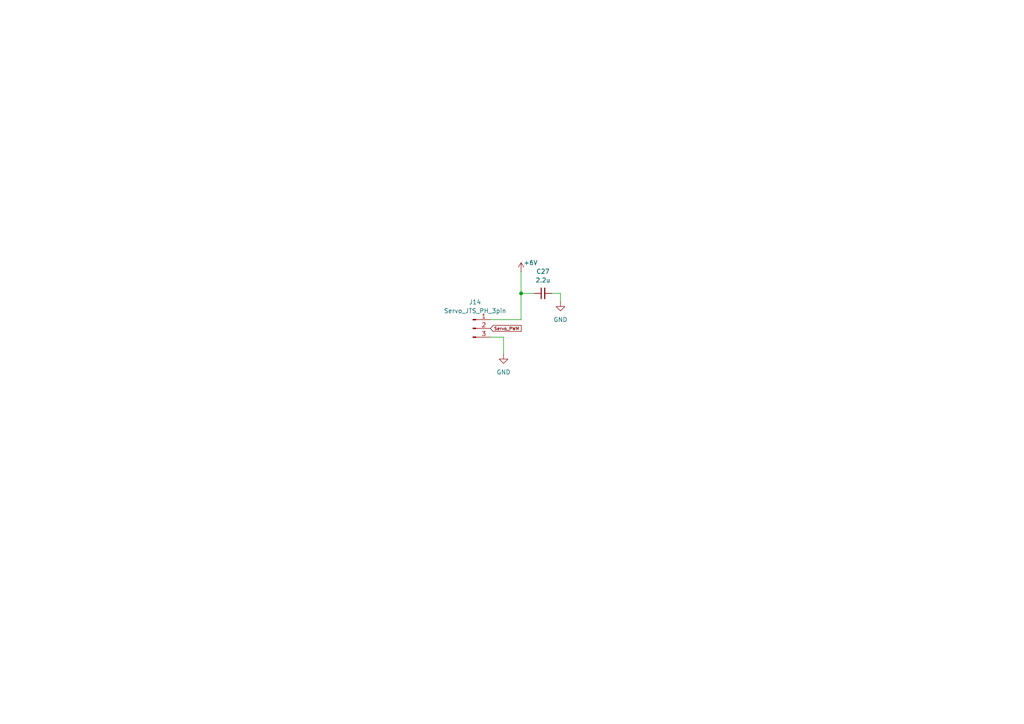
<source format=kicad_sch>
(kicad_sch (version 20250114) (generator "eeschema") (generator_version "9.0")
  (paper "A4")
  (lib_symbols
    (symbol "Connector:Conn_01x03_Pin" (pin_names (offset 1.016) (hide yes))
      (property "Reference" "J" (at 0 5.08 0))
      (property "Value" "Conn_01x03_Pin" (at 0 -5.08 0))
      (symbol "Conn_01x03_Pin_1_1"
        (rectangle (start 0.8636 2.667) (end 0 2.413) (stroke (width 0.1524)) (fill (type outline)))
        (rectangle (start 0.8636 0.127) (end 0 -0.127) (stroke (width 0.1524)) (fill (type outline)))
        (rectangle (start 0.8636 -2.413) (end 0 -2.667) (stroke (width 0.1524)) (fill (type outline)))
        (polyline (pts (xy 1.27 2.54) (xy 0.8636 2.54)) (stroke (width 0.1524)))
        (polyline (pts (xy 1.27 0) (xy 0.8636 0)) (stroke (width 0.1524)))
        (polyline (pts (xy 1.27 -2.54) (xy 0.8636 -2.54)) (stroke (width 0.1524)))
        (pin passive line (at 5.08 2.54 180) (length 3.81) (name "Pin_1") (number "1"))
        (pin passive line (at 5.08 0 180) (length 3.81) (name "Pin_2") (number "2"))
        (pin passive line (at 5.08 -2.54 180) (length 3.81) (name "Pin_3") (number "3"))
      )
    )
    (symbol "Device:C_Small" (pin_numbers (hide yes)) (pin_names (offset 0.254) (hide yes))
      (property "Reference" "C" (at 0.254 1.778 0))
      (property "Value" "C_Small" (at 0.254 -2.032 0))
      (symbol "C_Small_0_1"
        (polyline (pts (xy -1.524 0.508) (xy 1.524 0.508)) (stroke (width 0.3048)))
        (polyline (pts (xy -1.524 -0.508) (xy 1.524 -0.508)) (stroke (width 0.3302)))
      )
      (symbol "C_Small_1_1"
        (pin passive line (at 0 2.54 270) (length 2.032) (name "~") (number "1"))
        (pin passive line (at 0 -2.54 90) (length 2.032) (name "~") (number "2"))
      )
    )
    (symbol "PAMI-Power_Board_specific_symbols:+6V" (power) (pin_numbers (hide yes)) (pin_names (offset 0) (hide yes))
      (property "Value" "+6V" (at 0 3.556 0))
      (symbol "+6V_0_1"
        (polyline (pts (xy -0.762 1.27) (xy 0 2.54)))
        (polyline (pts (xy 0 2.54) (xy 0.762 1.27)))
        (polyline (pts (xy 0 0) (xy 0 2.54)))
      )
      (symbol "+6V_1_1"
        (pin power_in line (at 0 0 90) (length 0) (name "~") (number "1"))
      )
    )
    (symbol "power:GND" (power) (pin_numbers (hide yes)) (pin_names (offset 0) (hide yes))
      (property "Value" "GND" (at 0 -3.81 0))
      (symbol "GND_0_1"
        (polyline (pts (xy 0 0) (xy 0 -1.27) (xy 1.27 -1.27) (xy 0 -2.54) (xy -1.27 -1.27) (xy 0 -1.27)))
      )
      (symbol "GND_1_1"
        (pin power_in line (at 0 0 270) (length 0) (name "~") (number "1"))
      )
    )
  )
  (junction (at 151.13 85.09))
  (wire (pts (xy 162.56 85.09) (xy 162.56 87.63)))
  (wire (pts (xy 151.13 85.09) (xy 151.13 92.71)))
  (wire (pts (xy 142.24 92.71) (xy 151.13 92.71)))
  (wire (pts (xy 146.05 97.79) (xy 146.05 102.87)))
  (wire (pts (xy 142.24 97.79) (xy 146.05 97.79)))
  (wire (pts (xy 151.13 78.74) (xy 151.13 85.09)))
  (wire (pts (xy 151.13 85.09) (xy 154.94 85.09)))
  (wire (pts (xy 160.02 85.09) (xy 162.56 85.09)))
  (global_label "Servo_PWM" (shape input) (at 142.24 95.25 0) (effects (font (size 0.889 0.889))) (property "Intersheetrefs" "${INTERSHEET_REFS}" (effects (hide yes))))
  (symbol (lib_id "Device:C_Small") (at 157.48 85.09 90) (unit 1)
    (property "Reference" "C27" (at 157.4863 78.74 90))
    (property "Value" "2.2u" (at 157.4863 81.28 90))
    (property "Footprint" "Capacitor_SMD:C_0805_2012Metric_Pad1.18x1.45mm_HandSolder" (effects (hide yes)))
    (property "Description" "Unpolarized capacitor, small symbol" (effects (hide yes)))
  )
  (symbol (lib_id "power:GND") (at 146.05 102.87 0) (unit 1)
    (property "Reference" "#PWR0103" (effects (hide yes)))
    (property "Value" "GND" (at 146.05 107.95 0))
    (property "Description" "Power symbol creates a global label with name \"GND\" , ground" (effects (hide yes)))
  )
  (symbol (lib_id "power:GND") (at 162.56 87.63 0) (unit 1)
    (property "Reference" "#PWR0102" (effects (hide yes)))
    (property "Value" "GND" (at 162.56 92.71 0))
    (property "Description" "Power symbol creates a global label with name \"GND\" , ground" (effects (hide yes)))
  )
  (symbol (lib_id "Connector:Conn_01x03_Pin") (at 137.16 95.25 0) (unit 1)
    (property "Reference" "J14" (at 137.795 87.63 0))
    (property "Value" "Servo_JTS_PH_3pin" (at 137.795 90.17 0))
    (property "Footprint" "Connector_JST:JST_PH_B3B-PH-K_1x03_P2.00mm_Vertical" (effects (hide yes)))
    (property "Description" "Generic connector, single row, 01x03, script generated" (effects (hide yes)))
  )
  (symbol (lib_id "PAMI-Power_Board_specific_symbols:+6V") (at 151.13 78.74 0) (unit 1)
    (property "Reference" "#PWR0101" (effects (hide yes)))
    (property "Value" "+6V" (at 153.924 76.2 0))
    (property "Description" "Power symbol creates a global label with name \"+6V\"" (effects (hide yes)))
  )
)
</source>
